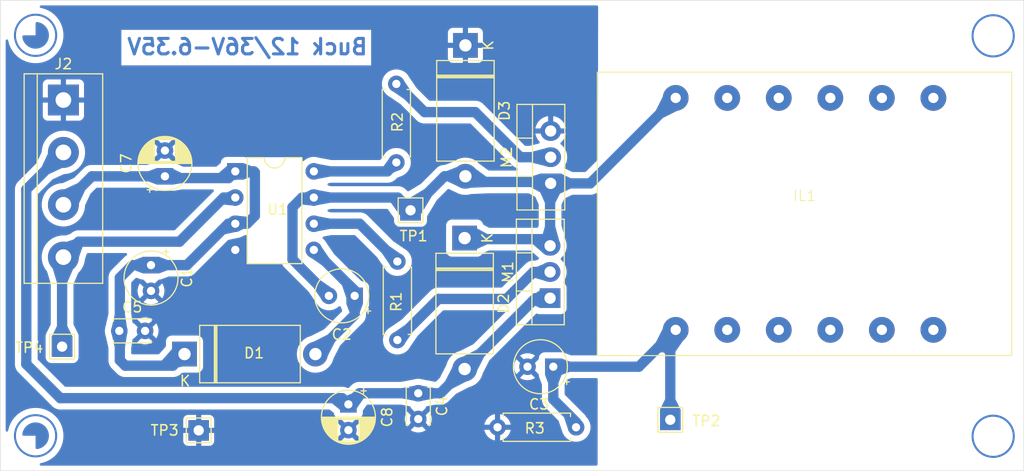
<source format=kicad_pcb>
(kicad_pcb (version 20240108) (generator "pcbnew") (generator_version "8.0")
  (layers (0 "F.Cu" signal) (31 "B.Cu" signal) (34 "B.Paste" user) (35 "F.Paste" user) (36 "B.SilkS" user "B.Silkscreen") (37 "F.SilkS" user "F.Silkscreen") (38 "B.Mask" user) (39 "F.Mask" user) (44 "Edge.Cuts" user))
  (net 0 "")
  (net 1 "pwm")
  (net 2 "vcc")
  (net 3 "Net-(D1--)")
  (net 4 "Vd")
  (net 5 "Vo")
  (net 6 "vdd")
  (net 7 "Net-(M1-G)")
  (net 8 "Net-(M2-G)")
  (net 9 "Net-(U1-HO)")
  (net 10 "Net-(U1-LO)")
  (net 11 "0")
  (footprint "Capacitor_THT:CP_Radial_D5.0mm_P2.50mm" (layer "F.Cu") (at 143.5 44.480113 90)
    (property "Reference" "C7" (at 1.25 -3.75 90) (layer "F.SilkS"))
    (property "Value" "10u")
    (fp_line (start 1.29 -2.58) (end 1.29 2.58) (stroke (width 0.12)) (layer "F.SilkS"))
    (fp_line (start 1.25 -2.58) (end 1.25 2.58) (stroke (width 0.12)) (layer "F.SilkS"))
    (fp_line (start 1.33 -2.579) (end 1.33 2.579) (stroke (width 0.12)) (layer "F.SilkS"))
    (fp_line (start 1.37 -2.578) (end 1.37 2.578) (stroke (width 0.12)) (layer "F.SilkS"))
    (fp_line (start 1.41 -2.576) (end 1.41 2.576) (stroke (width 0.12)) (layer "F.SilkS"))
    (fp_line (start 1.45 -2.573) (end 1.45 2.573) (stroke (width 0.12)) (layer "F.SilkS"))
    (fp_line (start 1.49 -2.569) (end 1.49 -1.04) (stroke (width 0.12)) (layer "F.SilkS"))
    (fp_line (start 1.53 -2.565) (end 1.53 -1.04) (stroke (width 0.12)) (layer "F.SilkS"))
    (fp_line (start 1.57 -2.561) (end 1.57 -1.04) (stroke (width 0.12)) (layer "F.SilkS"))
    (fp_line (start 1.61 -2.556) (end 1.61 -1.04) (stroke (width 0.12)) (layer "F.SilkS"))
    (fp_line (start 1.65 -2.55) (end 1.65 -1.04) (stroke (width 0.12)) (layer "F.SilkS"))
    (fp_line (start 1.69 -2.543) (end 1.69 -1.04) (stroke (width 0.12)) (layer "F.SilkS"))
    (fp_line (start 1.73 -2.536) (end 1.73 -1.04) (stroke (width 0.12)) (layer "F.SilkS"))
    (fp_line (start 1.77 -2.528) (end 1.77 -1.04) (stroke (width 0.12)) (layer "F.SilkS"))
    (fp_line (start 1.81 -2.52) (end 1.81 -1.04) (stroke (width 0.12)) (layer "F.SilkS"))
    (fp_line (start 1.85 -2.511) (end 1.85 -1.04) (stroke (width 0.12)) (layer "F.SilkS"))
    (fp_line (start 1.89 -2.501) (end 1.89 -1.04) (stroke (width 0.12)) (layer "F.SilkS"))
    (fp_line (start 1.93 -2.491) (end 1.93 -1.04) (stroke (width 0.12)) (layer "F.SilkS"))
    (fp_line (start 1.971 -2.48) (end 1.971 -1.04) (stroke (width 0.12)) (layer "F.SilkS"))
    (fp_line (start 2.011 -2.468) (end 2.011 -1.04) (stroke (width 0.12)) (layer "F.SilkS"))
    (fp_line (start 2.051 -2.455) (end 2.051 -1.04) (stroke (width 0.12)) (layer "F.SilkS"))
    (fp_line (start 2.091 -2.442) (end 2.091 -1.04) (stroke (width 0.12)) (layer "F.SilkS"))
    (fp_line (start 2.131 -2.428) (end 2.131 -1.04) (stroke (width 0.12)) (layer "F.SilkS"))
    (fp_line (start 2.171 -2.414) (end 2.171 -1.04) (stroke (width 0.12)) (layer "F.SilkS"))
    (fp_line (start 2.211 -2.398) (end 2.211 -1.04) (stroke (width 0.12)) (layer "F.SilkS"))
    (fp_line (start 2.251 -2.382) (end 2.251 -1.04) (stroke (width 0.12)) (layer "F.SilkS"))
    (fp_line (start 2.291 -2.365) (end 2.291 -1.04) (stroke (width 0.12)) (layer "F.SilkS"))
    (fp_line (start 2.331 -2.348) (end 2.331 -1.04) (stroke (width 0.12)) (layer "F.SilkS"))
    (fp_line (start 2.371 -2.329) (end 2.371 -1.04) (stroke (width 0.12)) (layer "F.SilkS"))
    (fp_line (start 2.411 -2.31) (end 2.411 -1.04) (stroke (width 0.12)) (layer "F.SilkS"))
    (fp_line (start 2.451 -2.29) (end 2.451 -1.04) (stroke (width 0.12)) (layer "F.SilkS"))
    (fp_line (start 2.491 -2.268) (end 2.491 -1.04) (stroke (width 0.12)) (layer "F.SilkS"))
    (fp_line (start 2.531 -2.247) (end 2.531 -1.04) (stroke (width 0.12)) (layer "F.SilkS"))
    (fp_line (start 2.571 -2.224) (end 2.571 -1.04) (stroke (width 0.12)) (layer "F.SilkS"))
    (fp_line (start 2.611 -2.2) (end 2.611 -1.04) (stroke (width 0.12)) (layer "F.SilkS"))
    (fp_line (start 2.651 -2.175) (end 2.651 -1.04) (stroke (width 0.12)) (layer "F.SilkS"))
    (fp_line (start 2.691 -2.149) (end 2.691 -1.04) (stroke (width 0.12)) (layer "F.SilkS"))
    (fp_line (start 2.731 -2.122) (end 2.731 -1.04) (stroke (width 0.12)) (layer "F.SilkS"))
    (fp_line (start 2.771 -2.095) (end 2.771 -1.04) (stroke (width 0.12)) (layer "F.SilkS"))
    (fp_line (start 2.811 -2.065) (end 2.811 -1.04) (stroke (width 0.12)) (layer "F.SilkS"))
    (fp_line (start 2.851 -2.035) (end 2.851 -1.04) (stroke (width 0.12)) (layer "F.SilkS"))
    (fp_line (start 2.891 -2.004) (end 2.891 -1.04) (stroke (width 0.12)) (layer "F.SilkS"))
    (fp_line (start 2.931 -1.971) (end 2.931 -1.04) (stroke (width 0.12)) (layer "F.SilkS"))
    (fp_line (start 2.971 -1.937) (end 2.971 -1.04) (stroke (width 0.12)) (layer "F.SilkS"))
    (fp_line (start 3.011 -1.901) (end 3.011 -1.04) (stroke (width 0.12)) (layer "F.SilkS"))
    (fp_line (start 3.051 -1.864) (end 3.051 -1.04) (stroke (width 0.12)) (layer "F.SilkS"))
    (fp_line (start 3.091 -1.826) (end 3.091 -1.04) (stroke (width 0.12)) (layer "F.SilkS"))
    (fp_line (start 3.131 -1.785) (end 3.131 -1.04) (stroke (width 0.12)) (layer "F.SilkS"))
    (fp_line (start 3.171 -1.743) (end 3.171 -1.04) (stroke (width 0.12)) (layer "F.SilkS"))
    (fp_line (start -1.304775 -1.725) (end -1.304775 -1.225) (stroke (width 0.12)) (layer "F.SilkS"))
    (fp_line (start 3.211 -1.699) (end 3.211 -1.04) (stroke (width 0.12)) (layer "F.SilkS"))
    (fp_line (start 3.251 -1.653) (end 3.251 -1.04) (stroke (width 0.12)) (layer "F.SilkS"))
    (fp_line (start 3.291 -1.605) (end 3.291 -1.04) (stroke (width 0.12)) (layer "F.SilkS"))
    (fp_line (start 3.331 -1.554) (end 3.331 -1.04) (stroke (width 0.12)) (layer "F.SilkS"))
    (fp_line (start 3.371 -1.5) (end 3.371 -1.04) (stroke (width 0.12)) (layer "F.SilkS"))
    (fp_line (start -1.554775 -1.475) (end -1.054775 -1.475) (stroke (width 0.12)) (layer "F.SilkS"))
    (fp_line (start 3.411 -1.443) (end 3.411 -1.04) (stroke (width 0.12)) (layer "F.SilkS"))
    (fp_line (start 3.451 -1.383) (end 3.451 -1.04) (stroke (width 0.12)) (layer "F.SilkS"))
    (fp_line (start 3.491 -1.319) (end 3.491 -1.04) (stroke (width 0.12)) (layer "F.SilkS"))
    (fp_line (start 3.531 -1.251) (end 3.531 -1.04) (stroke (width 0.12)) (layer "F.SilkS"))
    (fp_line (start 3.571 -1.178) (end 3.571 1.178) (stroke (width 0.12)) (layer "F.SilkS"))
    (fp_line (start 3.611 -1.098) (end 3.611 1.098) (stroke (width 0.12)) (layer "F.SilkS"))
    (fp_line (start 3.651 -1.011) (end 3.651 1.011) (stroke (width 0.12)) (layer "F.SilkS"))
    (fp_line (start 3.691 -0.915) (end 3.691 0.915) (stroke (width 0.12)) (layer "F.SilkS"))
    (fp_line (start 3.731 -0.805) (end 3.731 0.805) (stroke (width 0.12)) (layer "F.SilkS"))
    (fp_line (start 3.771 -0.677) (end 3.771 0.677) (stroke (width 0.12)) (layer "F.SilkS"))
    (fp_line (start 3.811 -0.518) (end 3.811 0.518) (stroke (width 0.12)) (layer "F.SilkS"))
    (fp_line (start 3.851 -0.284) (end 3.851 0.284) (stroke (width 0.12)) (layer "F.SilkS"))
    (fp_line (start 3.531 1.04) (end 3.531 1.251) (stroke (width 0.12)) (layer "F.SilkS"))
    (fp_line (start 3.491 1.04) (end 3.491 1.319) (stroke (width 0.12)) (layer "F.SilkS"))
    (fp_line (start 3.451 1.04) (end 3.451 1.383) (stroke (width 0.12)) (layer "F.SilkS"))
    (fp_line (start 3.411 1.04) (end 3.411 1.443) (stroke (width 0.12)) (layer "F.SilkS"))
    (fp_line (start 3.371 1.04) (end 3.371 1.5) (stroke (width 0.12)) (layer "F.SilkS"))
    (fp_line (start 3.331 1.04) (end 3.331 1.554) (stroke (width 0.12)) (layer "F.SilkS"))
    (fp_line (start 3.291 1.04) (end 3.291 1.605) (stroke (width 0.12)) (layer "F.SilkS"))
    (fp_line (start 3.251 1.04) (end 3.251 1.653) (stroke (width 0.12)) (layer "F.SilkS"))
    (fp_line (start 3.211 1.04) (end 3.211 1.699) (stroke (width 0.12)) (layer "F.SilkS"))
    (fp_line (start 3.171 1.04) (end 3.171 1.743) (stroke (width 0.12)) (layer "F.SilkS"))
    (fp_line (start 3.131 1.04) (end 3.131 1.785) (stroke (width 0.12)) (layer "F.SilkS"))
    (fp_line (start 3.091 1.04) (end 3.091 1.826) (stroke (width 0.12)) (layer "F.SilkS"))
    (fp_line (start 3.051 1.04) (end 3.051 1.864) (stroke (width 0.12)) (layer "F.SilkS"))
    (fp_line (start 3.011 1.04) (end 3.011 1.901) (stroke (width 0.12)) (layer "F.SilkS"))
    (fp_line (start 2.971 1.04) (end 2.971 1.937) (stroke (width 0.12)) (layer "F.SilkS"))
    (fp_line (start 2.931 1.04) (end 2.931 1.971) (stroke (width 0.12)) (layer "F.SilkS"))
    (fp_line (start 2.891 1.04) (end 2.891 2.004) (stroke (width 0.12)) (layer "F.SilkS"))
    (fp_line (start 2.851 1.04) (end 2.851 2.035) (stroke (width 0.12)) (layer "F.SilkS"))
    (fp_line (start 2.811 1.04) (end 2.811 2.065) (stroke (width 0.12)) (layer "F.SilkS"))
    (fp_line (start 2.771 1.04) (end 2.771 2.095) (stroke (width 0.12)) (layer "F.SilkS"))
    (fp_line (start 2.731 1.04) (end 2.731 2.122) (stroke (width 0.12)) (layer "F.SilkS"))
    (fp_line (start 2.691 1.04) (end 2.691 2.149) (stroke (width 0.12)) (layer "F.SilkS"))
    (fp_line (start 2.651 1.04) (end 2.651 2.175) (stroke (width 0.12)) (layer "F.SilkS"))
    (fp_line (start 2.611 1.04) (end 2.611 2.2) (stroke (width 0.12)) (layer "F.SilkS"))
    (fp_line (start 2.571 1.04) (end 2.571 2.224) (stroke (width 0.12)) (layer "F.SilkS"))
    (fp_line (start 2.531 1.04) (end 2.531 2.247) (stroke (width 0.12)) (layer "F.SilkS"))
    (fp_line (start 2.491 1.04) (end 2.491 2.268) (stroke (width 0.12)) (layer "F.SilkS"))
    (fp_line (start 2.451 1.04) (end 2.451 2.29) (stroke (width 0.12)) (layer "F.SilkS"))
    (fp_line (start 2.411 1.04) (end 2.411 2.31) (stroke (width 0.12)) (layer "F.SilkS"))
    (fp_line (start 2.371 1.04) (end 2.371 2.329) (stroke (width 0.12)) (layer "F.SilkS"))
    (fp_line (start 2.331 1.04) (end 2.331 2.348) (stroke (width 0.12)) (layer "F.SilkS"))
    (fp_line (start 2.291 1.04) (end 2.291 2.365) (stroke (width 0.12)) (layer "F.SilkS"))
    (fp_line (start 2.251 1.04) (end 2.251 2.382) (stroke (width 0.12)) (layer "F.SilkS"))
    (fp_line (start 2.211 1.04) (end 2.211 2.398) (stroke (width 0.12)) (layer "F.SilkS"))
    (fp_line (start 2.171 1.04) (end 2.171 2.414) (stroke (width 0.12)) (layer "F.SilkS"))
    (fp_line (start 2.131 1.04) (end 2.131 2.428) (stroke (width 0.12)) (layer "F.SilkS"))
    (fp_line (start 2.091 1.04) (end 2.091 2.442) (stroke (width 0.12)) (layer "F.SilkS"))
    (fp_line (start 2.051 1.04) (end 2.051 2.455) (stroke (width 0.12)) (layer "F.SilkS"))
    (fp_line (start 2.011 1.04) (end 2.011 2.468) (stroke (width 0.12)) (layer "F.SilkS"))
    (fp_line (start 1.971 1.04) (end 1.971 2.48) (stroke (width 0.12)) (layer "F.SilkS"))
    (fp_line (start 1.93 1.04) (end 1.93 2.491) (stroke (width 0.12)) (layer "F.SilkS"))
    (fp_line (start 1.89 1.04) (end 1.89 2.501) (stroke (width 0.12)) (layer "F.SilkS"))
    (fp_line (start 1.85 1.04) (end 1.85 2.511) (stroke (width 0.12)) (layer "F.SilkS"))
    (fp_line (start 1.81 1.04) (end 1.81 2.52) (stroke (width 0.12)) (layer "F.SilkS"))
    (fp_line (start 1.77 1.04) (end 1.77 2.528) (stroke (width 0.12)) (layer "F.SilkS"))
    (fp_line (start 1.73 1.04) (end 1.73 2.536) (stroke (width 0.12)) (layer "F.SilkS"))
    (fp_line (start 1.69 1.04) (end 1.69 2.543) (stroke (width 0.12)) (layer "F.SilkS"))
    (fp_line (start 1.65 1.04) (end 1.65 2.55) (stroke (width 0.12)) (layer "F.SilkS"))
    (fp_line (start 1.61 1.04) (end 1.61 2.556) (stroke (width 0.12)) (layer "F.SilkS"))
    (fp_line (start 1.57 1.04) (end 1.57 2.561) (stroke (width 0.12)) (layer "F.SilkS"))
    (fp_line (start 1.53 1.04) (end 1.53 2.565) (stroke (width 0.12)) (layer "F.SilkS"))
    (fp_line (start 1.49 1.04) (end 1.49 2.569) (stroke (width 0.12)) (layer "F.SilkS"))
    (fp_circle (center 1.25 0) (end 3.87 0) (stroke (width 0.12)) (fill none) (layer "F.SilkS"))
    (pad "1" thru_hole rect (at 0 0 90) (size 1.6 1.6) (drill 0.8) (layers "*.Cu" "*.Mask") (net 2 "vcc"))
    (pad "2" thru_hole circle (at 2.5 0 90) (size 1.6 1.6) (drill 0.8) (layers "*.Cu" "*.Mask") (net 11 "0"))
  )
  (footprint "Capacitor_THT:CP_Radial_Tantal_D5.0mm_P2.50mm" (layer "F.Cu") (at 142.15 53.094888 -90)
    (property "Reference" "C1" (at 1.205112 -3.475 -90) (layer "F.SilkS"))
    (property "Value" "1µ")
    (fp_line (start -1.554775 -1.475) (end -1.054775 -1.475) (stroke (width 0.12)) (layer "F.SilkS"))
    (fp_line (start -1.304775 -1.725) (end -1.304775 -1.225) (stroke (width 0.12)) (layer "F.SilkS"))
    (fp_circle (center 1.25 0) (end 3.87 0) (stroke (width 0.12)) (fill none) (layer "F.SilkS"))
    (pad "1" thru_hole rect (at 0 0 270) (size 1.6 1.6) (drill 0.8) (layers "*.Cu" "*.Mask") (net 2 "vcc"))
    (pad "2" thru_hole circle (at 2.5 0 270) (size 1.6 1.6) (drill 0.8) (layers "*.Cu" "*.Mask") (net 11 "0"))
  )
  (footprint "Capacitor_THT:CP_Radial_D5.0mm_P2.50mm" (layer "F.Cu") (at 161.3 66.6 -90)
    (property "Reference" "C8" (at 1.25 -3.75 90) (layer "F.SilkS"))
    (property "Value" "10u")
    (fp_line (start 1.49 1.04) (end 1.49 2.569) (stroke (width 0.12)) (layer "F.SilkS"))
    (fp_line (start 1.53 1.04) (end 1.53 2.565) (stroke (width 0.12)) (layer "F.SilkS"))
    (fp_line (start 1.57 1.04) (end 1.57 2.561) (stroke (width 0.12)) (layer "F.SilkS"))
    (fp_line (start 1.61 1.04) (end 1.61 2.556) (stroke (width 0.12)) (layer "F.SilkS"))
    (fp_line (start 1.65 1.04) (end 1.65 2.55) (stroke (width 0.12)) (layer "F.SilkS"))
    (fp_line (start 1.69 1.04) (end 1.69 2.543) (stroke (width 0.12)) (layer "F.SilkS"))
    (fp_line (start 1.73 1.04) (end 1.73 2.536) (stroke (width 0.12)) (layer "F.SilkS"))
    (fp_line (start 1.77 1.04) (end 1.77 2.528) (stroke (width 0.12)) (layer "F.SilkS"))
    (fp_line (start 1.81 1.04) (end 1.81 2.52) (stroke (width 0.12)) (layer "F.SilkS"))
    (fp_line (start 1.85 1.04) (end 1.85 2.511) (stroke (width 0.12)) (layer "F.SilkS"))
    (fp_line (start 1.89 1.04) (end 1.89 2.501) (stroke (width 0.12)) (layer "F.SilkS"))
    (fp_line (start 1.93 1.04) (end 1.93 2.491) (stroke (width 0.12)) (layer "F.SilkS"))
    (fp_line (start 1.971 1.04) (end 1.971 2.48) (stroke (width 0.12)) (layer "F.SilkS"))
    (fp_line (start 2.011 1.04) (end 2.011 2.468) (stroke (width 0.12)) (layer "F.SilkS"))
    (fp_line (start 2.051 1.04) (end 2.051 2.455) (stroke (width 0.12)) (layer "F.SilkS"))
    (fp_line (start 2.091 1.04) (end 2.091 2.442) (stroke (width 0.12)) (layer "F.SilkS"))
    (fp_line (start 2.131 1.04) (end 2.131 2.428) (stroke (width 0.12)) (layer "F.SilkS"))
    (fp_line (start 2.171 1.04) (end 2.171 2.414) (stroke (width 0.12)) (layer "F.SilkS"))
    (fp_line (start 2.211 1.04) (end 2.211 2.398) (stroke (width 0.12)) (layer "F.SilkS"))
    (fp_line (start 2.251 1.04) (end 2.251 2.382) (stroke (width 0.12)) (layer "F.SilkS"))
    (fp_line (start 2.291 1.04) (end 2.291 2.365) (stroke (width 0.12)) (layer "F.SilkS"))
    (fp_line (start 2.331 1.04) (end 2.331 2.348) (stroke (width 0.12)) (layer "F.SilkS"))
    (fp_line (start 2.371 1.04) (end 2.371 2.329) (stroke (width 0.12)) (layer "F.SilkS"))
    (fp_line (start 2.411 1.04) (end 2.411 2.31) (stroke (width 0.12)) (layer "F.SilkS"))
    (fp_line (start 2.451 1.04) (end 2.451 2.29) (stroke (width 0.12)) (layer "F.SilkS"))
    (fp_line (start 2.491 1.04) (end 2.491 2.268) (stroke (width 0.12)) (layer "F.SilkS"))
    (fp_line (start 2.531 1.04) (end 2.531 2.247) (stroke (width 0.12)) (layer "F.SilkS"))
    (fp_line (start 2.571 1.04) (end 2.571 2.224) (stroke (width 0.12)) (layer "F.SilkS"))
    (fp_line (start 2.611 1.04) (end 2.611 2.2) (stroke (width 0.12)) (layer "F.SilkS"))
    (fp_line (start 2.651 1.04) (end 2.651 2.175) (stroke (width 0.12)) (layer "F.SilkS"))
    (fp_line (start 2.691 1.04) (end 2.691 2.149) (stroke (width 0.12)) (layer "F.SilkS"))
    (fp_line (start 2.731 1.04) (end 2.731 2.122) (stroke (width 0.12)) (layer "F.SilkS"))
    (fp_line (start 2.771 1.04) (end 2.771 2.095) (stroke (width 0.12)) (layer "F.SilkS"))
    (fp_line (start 2.811 1.04) (end 2.811 2.065) (stroke (width 0.12)) (layer "F.SilkS"))
    (fp_line (start 2.851 1.04) (end 2.851 2.035) (stroke (width 0.12)) (layer "F.SilkS"))
    (fp_line (start 2.891 1.04) (end 2.891 2.004) (stroke (width 0.12)) (layer "F.SilkS"))
    (fp_line (start 2.931 1.04) (end 2.931 1.971) (stroke (width 0.12)) (layer "F.SilkS"))
    (fp_line (start 2.971 1.04) (end 2.971 1.937) (stroke (width 0.12)) (layer "F.SilkS"))
    (fp_line (start 3.011 1.04) (end 3.011 1.901) (stroke (width 0.12)) (layer "F.SilkS"))
    (fp_line (start 3.051 1.04) (end 3.051 1.864) (stroke (width 0.12)) (layer "F.SilkS"))
    (fp_line (start 3.091 1.04) (end 3.091 1.826) (stroke (width 0.12)) (layer "F.SilkS"))
    (fp_line (start 3.131 1.04) (end 3.131 1.785) (stroke (width 0.12)) (layer "F.SilkS"))
    (fp_line (start 3.171 1.04) (end 3.171 1.743) (stroke (width 0.12)) (layer "F.SilkS"))
    (fp_line (start 3.211 1.04) (end 3.211 1.699) (stroke (width 0.12)) (layer "F.SilkS"))
    (fp_line (start 3.251 1.04) (end 3.251 1.653) (stroke (width 0.12)) (layer "F.SilkS"))
    (fp_line (start 3.291 1.04) (end 3.291 1.605) (stroke (width 0.12)) (layer "F.SilkS"))
    (fp_line (start 3.331 1.04) (end 3.331 1.554) (stroke (width 0.12)) (layer "F.SilkS"))
    (fp_line (start 3.371 1.04) (end 3.371 1.5) (stroke (width 0.12)) (layer "F.SilkS"))
    (fp_line (start 3.411 1.04) (end 3.411 1.443) (stroke (width 0.12)) (layer "F.SilkS"))
    (fp_line (start 3.451 1.04) (end 3.451 1.383) (stroke (width 0.12)) (layer "F.SilkS"))
    (fp_line (start 3.491 1.04) (end 3.491 1.319) (stroke (width 0.12)) (layer "F.SilkS"))
    (fp_line (start 3.531 1.04) (end 3.531 1.251) (stroke (width 0.12)) (layer "F.SilkS"))
    (fp_line (start 3.851 -0.284) (end 3.851 0.284) (stroke (width 0.12)) (layer "F.SilkS"))
    (fp_line (start 3.811 -0.518) (end 3.811 0.518) (stroke (width 0.12)) (layer "F.SilkS"))
    (fp_line (start 3.771 -0.677) (end 3.771 0.677) (stroke (width 0.12)) (layer "F.SilkS"))
    (fp_line (start 3.731 -0.805) (end 3.731 0.805) (stroke (width 0.12)) (layer "F.SilkS"))
    (fp_line (start 3.691 -0.915) (end 3.691 0.915) (stroke (width 0.12)) (layer "F.SilkS"))
    (fp_line (start 3.651 -1.011) (end 3.651 1.011) (stroke (width 0.12)) (layer "F.SilkS"))
    (fp_line (start 3.611 -1.098) (end 3.611 1.098) (stroke (width 0.12)) (layer "F.SilkS"))
    (fp_line (start 3.571 -1.178) (end 3.571 1.178) (stroke (width 0.12)) (layer "F.SilkS"))
    (fp_line (start 3.531 -1.251) (end 3.531 -1.04) (stroke (width 0.12)) (layer "F.SilkS"))
    (fp_line (start 3.491 -1.319) (end 3.491 -1.04) (stroke (width 0.12)) (layer "F.SilkS"))
    (fp_line (start 3.451 -1.383) (end 3.451 -1.04) (stroke (width 0.12)) (layer "F.SilkS"))
    (fp_line (start 3.411 -1.443) (end 3.411 -1.04) (stroke (width 0.12)) (layer "F.SilkS"))
    (fp_line (start -1.554775 -1.475) (end -1.054775 -1.475) (stroke (width 0.12)) (layer "F.SilkS"))
    (fp_line (start 3.371 -1.5) (end 3.371 -1.04) (stroke (width 0.12)) (layer "F.SilkS"))
    (fp_line (start 3.331 -1.554) (end 3.331 -1.04) (stroke (width 0.12)) (layer "F.SilkS"))
    (fp_line (start 3.291 -1.605) (end 3.291 -1.04) (stroke (width 0.12)) (layer "F.SilkS"))
    (fp_line (start 3.251 -1.653) (end 3.251 -1.04) (stroke (width 0.12)) (layer "F.SilkS"))
    (fp_line (start 3.211 -1.699) (end 3.211 -1.04) (stroke (width 0.12)) (layer "F.SilkS"))
    (fp_line (start -1.304775 -1.725) (end -1.304775 -1.225) (stroke (width 0.12)) (layer "F.SilkS"))
    (fp_line (start 3.171 -1.743) (end 3.171 -1.04) (stroke (width 0.12)) (layer "F.SilkS"))
    (fp_line (start 3.131 -1.785) (end 3.131 -1.04) (stroke (width 0.12)) (layer "F.SilkS"))
    (fp_line (start 3.091 -1.826) (end 3.091 -1.04) (stroke (width 0.12)) (layer "F.SilkS"))
    (fp_line (start 3.051 -1.864) (end 3.051 -1.04) (stroke (width 0.12)) (layer "F.SilkS"))
    (fp_line (start 3.011 -1.901) (end 3.011 -1.04) (stroke (width 0.12)) (layer "F.SilkS"))
    (fp_line (start 2.971 -1.937) (end 2.971 -1.04) (stroke (width 0.12)) (layer "F.SilkS"))
    (fp_line (start 2.931 -1.971) (end 2.931 -1.04) (stroke (width 0.12)) (layer "F.SilkS"))
    (fp_line (start 2.891 -2.004) (end 2.891 -1.04) (stroke (width 0.12)) (layer "F.SilkS"))
    (fp_line (start 2.851 -2.035) (end 2.851 -1.04) (stroke (width 0.12)) (layer "F.SilkS"))
    (fp_line (start 2.811 -2.065) (end 2.811 -1.04) (stroke (width 0.12)) (layer "F.SilkS"))
    (fp_line (start 2.771 -2.095) (end 2.771 -1.04) (stroke (width 0.12)) (layer "F.SilkS"))
    (fp_line (start 2.731 -2.122) (end 2.731 -1.04) (stroke (width 0.12)) (layer "F.SilkS"))
    (fp_line (start 2.691 -2.149) (end 2.691 -1.04) (stroke (width 0.12)) (layer "F.SilkS"))
    (fp_line (start 2.651 -2.175) (end 2.651 -1.04) (stroke (width 0.12)) (layer "F.SilkS"))
    (fp_line (start 2.611 -2.2) (end 2.611 -1.04) (stroke (width 0.12)) (layer "F.SilkS"))
    (fp_line (start 2.571 -2.224) (end 2.571 -1.04) (stroke (width 0.12)) (layer "F.SilkS"))
    (fp_line (start 2.531 -2.247) (end 2.531 -1.04) (stroke (width 0.12)) (layer "F.SilkS"))
    (fp_line (start 2.491 -2.268) (end 2.491 -1.04) (stroke (width 0.12)) (layer "F.SilkS"))
    (fp_line (start 2.451 -2.29) (end 2.451 -1.04) (stroke (width 0.12)) (layer "F.SilkS"))
    (fp_line (start 2.411 -2.31) (end 2.411 -1.04) (stroke (width 0.12)) (layer "F.SilkS"))
    (fp_line (start 2.371 -2.329) (end 2.371 -1.04) (stroke (width 0.12)) (layer "F.SilkS"))
    (fp_line (start 2.331 -2.348) (end 2.331 -1.04) (stroke (width 0.12)) (layer "F.SilkS"))
    (fp_line (start 2.291 -2.365) (end 2.291 -1.04) (stroke (width 0.12)) (layer "F.SilkS"))
    (fp_line (start 2.251 -2.382) (end 2.251 -1.04) (stroke (width 0.12)) (layer "F.SilkS"))
    (fp_line (start 2.211 -2.398) (end 2.211 -1.04) (stroke (width 0.12)) (layer "F.SilkS"))
    (fp_line (start 2.171 -2.414) (end 2.171 -1.04) (stroke (width 0.12)) (layer "F.SilkS"))
    (fp_line (start 2.131 -2.428) (end 2.131 -1.04) (stroke (width 0.12)) (layer "F.SilkS"))
    (fp_line (start 2.091 -2.442) (end 2.091 -1.04) (stroke (width 0.12)) (layer "F.SilkS"))
    (fp_line (start 2.051 -2.455) (end 2.051 -1.04) (stroke (width 0.12)) (layer "F.SilkS"))
    (fp_line (start 2.011 -2.468) (end 2.011 -1.04) (stroke (width 0.12)) (layer "F.SilkS"))
    (fp_line (start 1.971 -2.48) (end 1.971 -1.04) (stroke (width 0.12)) (layer "F.SilkS"))
    (fp_line (start 1.93 -2.491) (end 1.93 -1.04) (stroke (width 0.12)) (layer "F.SilkS"))
    (fp_line (start 1.89 -2.501) (end 1.89 -1.04) (stroke (width 0.12)) (layer "F.SilkS"))
    (fp_line (start 1.85 -2.511) (end 1.85 -1.04) (stroke (width 0.12)) (layer "F.SilkS"))
    (fp_line (start 1.81 -2.52) (end 1.81 -1.04) (stroke (width 0.12)) (layer "F.SilkS"))
    (fp_line (start 1.77 -2.528) (end 1.77 -1.04) (stroke (width 0.12)) (layer "F.SilkS"))
    (fp_line (start 1.73 -2.536) (end 1.73 -1.04) (stroke (width 0.12)) (layer "F.SilkS"))
    (fp_line (start 1.69 -2.543) (end 1.69 -1.04) (stroke (width 0.12)) (layer "F.SilkS"))
    (fp_line (start 1.65 -2.55) (end 1.65 -1.04) (stroke (width 0.12)) (layer "F.SilkS"))
    (fp_line (start 1.61 -2.556) (end 1.61 -1.04) (stroke (width 0.12)) (layer "F.SilkS"))
    (fp_line (start 1.57 -2.561) (end 1.57 -1.04) (stroke (width 0.12)) (layer "F.SilkS"))
    (fp_line (start 1.53 -2.565) (end 1.53 -1.04) (stroke (width 0.12)) (layer "F.SilkS"))
    (fp_line (start 1.49 -2.569) (end 1.49 -1.04) (stroke (width 0.12)) (layer "F.SilkS"))
    (fp_line (start 1.45 -2.573) (end 1.45 2.573) (stroke (width 0.12)) (layer "F.SilkS"))
    (fp_line (start 1.41 -2.576) (end 1.41 2.576) (stroke (width 0.12)) (layer "F.SilkS"))
    (fp_line (start 1.37 -2.578) (end 1.37 2.578) (stroke (width 0.12)) (layer "F.SilkS"))
    (fp_line (start 1.33 -2.579) (end 1.33 2.579) (stroke (width 0.12)) (layer "F.SilkS"))
    (fp_line (start 1.25 -2.58) (end 1.25 2.58) (stroke (width 0.12)) (layer "F.SilkS"))
    (fp_line (start 1.29 -2.58) (end 1.29 2.58) (stroke (width 0.12)) (layer "F.SilkS"))
    (fp_circle (center 1.25 0) (end 3.87 0) (stroke (width 0.12)) (fill none) (layer "F.SilkS"))
    (pad "1" thru_hole rect (at 0 0 270) (size 1.6 1.6) (drill 0.8) (layers "*.Cu" "*.Mask") (net 6 "vdd"))
    (pad "2" thru_hole circle (at 2.5 0 270) (size 1.6 1.6) (drill 0.8) (layers "*.Cu" "*.Mask") (net 11 "0"))
  )
  (footprint "Resistor_THT:R_Axial_DIN0207_L6.3mm_D2.5mm_P7.62mm_Horizontal" (layer "F.Cu") (at 166.05 60.36 90)
    (property "Reference" "R1" (at 3.71 -0.105112 90) (layer "F.SilkS"))
    (property "Value" "10")
    (fp_line (start 7.08 -1.37) (end 7.08 -1.04) (stroke (width 0.12)) (layer "F.SilkS"))
    (fp_line (start 0.54 -1.37) (end 7.08 -1.37) (stroke (width 0.12)) (layer "F.SilkS"))
    (fp_line (start 0.54 -1.04) (end 0.54 -1.37) (stroke (width 0.12)) (layer "F.SilkS"))
    (fp_line (start 0.54 1.04) (end 0.54 1.37) (stroke (width 0.12)) (layer "F.SilkS"))
    (fp_line (start 7.08 1.37) (end 7.08 1.04) (stroke (width 0.12)) (layer "F.SilkS"))
    (fp_line (start 0.54 1.37) (end 7.08 1.37) (stroke (width 0.12)) (layer "F.SilkS"))
    (pad "1" thru_hole circle (at 0 0 90) (size 1.6 1.6) (drill 0.8) (layers "*.Cu" "*.Mask") (net 7 "Net-(M1-G)"))
    (pad "2" thru_hole oval (at 7.62 0 90) (size 1.6 1.6) (drill 0.8) (layers "*.Cu" "*.Mask") (net 9 "Net-(U1-HO)"))
  )
  (footprint "Diode_THT:D_DO-27_P12.70mm_Horizontal" (layer "F.Cu") (at 145.4 61.725)
    (property "Reference" "D1" (at 6.75 -0.094888 0) (layer "F.SilkS"))
    (property "Value" "D1n5822rl")
    (fp_line (start 1.44 0) (end 1.47 0) (stroke (width 0.12)) (layer "F.SilkS"))
    (fp_line (start 1.47 -2.785) (end 1.47 2.785) (stroke (width 0.12)) (layer "F.SilkS"))
    (fp_line (start 1.47 2.785) (end 11.23 2.785) (stroke (width 0.12)) (layer "F.SilkS"))
    (fp_line (start 2.898 -2.785) (end 2.898 2.785) (stroke (width 0.12)) (layer "F.SilkS"))
    (fp_line (start 3.018 -2.785) (end 3.018 2.785) (stroke (width 0.12)) (layer "F.SilkS"))
    (fp_line (start 3.138 -2.785) (end 3.138 2.785) (stroke (width 0.12)) (layer "F.SilkS"))
    (fp_line (start 11.23 -2.785) (end 1.47 -2.785) (stroke (width 0.12)) (layer "F.SilkS"))
    (fp_line (start 11.23 2.785) (end 11.23 -2.785) (stroke (width 0.12)) (layer "F.SilkS"))
    (fp_line (start 11.26 0) (end 11.23 0) (stroke (width 0.12)) (layer "F.SilkS"))
    (fp_text user "K" (at 0.05 2.605112 0) (layer "F.SilkS"))
    (pad "1" thru_hole rect (at 0 0) (size 2.4 2.4) (drill 1.2) (layers "*.Cu" "*.Mask") (net 2 "vcc"))
    (pad "2" thru_hole oval (at 12.7 0) (size 2.4 2.4) (drill 1.2) (layers "*.Cu" "*.Mask") (net 3 "Net-(D1--)"))
  )
  (footprint "TestPoint:TestPoint_THTPad_2.0x2.0mm_Drill1.0mm" (layer "F.Cu") (at 146.775 69.125)
    (property "Reference" "TP3" (at -3.3 0 0) (layer "F.SilkS"))
    (property "Value" "GND")
    (fp_line (start -1.2 -1.2) (end 1.2 -1.2) (stroke (width 0.12)) (layer "F.SilkS"))
    (fp_line (start -1.2 1.2) (end -1.2 -1.2) (stroke (width 0.12)) (layer "F.SilkS"))
    (fp_line (start 1.2 -1.2) (end 1.2 1.2) (stroke (width 0.12)) (layer "F.SilkS"))
    (fp_line (start 1.2 1.2) (end -1.2 1.2) (stroke (width 0.12)) (layer "F.SilkS"))
    (pad "1" thru_hole rect (at 0 0) (size 2 2) (drill 1) (layers "*.Cu" "*.Mask") (net 11 "0"))
  )
  (footprint "Package_TO_SOT_THT:TO-220-3_Vertical" (layer "F.Cu") (at 180.865 56.3 90)
    (property "Reference" "M1" (at 2.54 -4.094888 90) (layer "F.SilkS"))
    (property "Value" "IRLZ44N")
    (fp_line (start 7.66 -3.27) (end 7.66 1.371) (stroke (width 0.12)) (layer "F.SilkS"))
    (fp_line (start 4.391 -3.27) (end 4.391 -1.76) (stroke (width 0.12)) (layer "F.SilkS"))
    (fp_line (start 0.69 -3.27) (end 0.69 -1.76) (stroke (width 0.12)) (layer "F.SilkS"))
    (fp_line (start -2.58 -3.27) (end 7.66 -3.27) (stroke (width 0.12)) (layer "F.SilkS"))
    (fp_line (start -2.58 -3.27) (end -2.58 1.371) (stroke (width 0.12)) (layer "F.SilkS"))
    (fp_line (start -2.58 -1.76) (end 7.66 -1.76) (stroke (width 0.12)) (layer "F.SilkS"))
    (fp_line (start -2.58 1.371) (end 7.66 1.371) (stroke (width 0.12)) (layer "F.SilkS"))
    (pad "1" thru_hole rect (at 0 0 90) (size 1.905 2) (drill 1.1) (layers "*.Cu" "*.Mask") (net 6 "vdd"))
    (pad "2" thru_hole oval (at 2.54 0 90) (size 1.905 2) (drill 1.1) (layers "*.Cu" "*.Mask") (net 7 "Net-(M1-G)"))
    (pad "3" thru_hole oval (at 5.08 0 90) (size 1.905 2) (drill 1.1) (layers "*.Cu" "*.Mask") (net 4 "Vd"))
  )
  (footprint "TerminalBlock:TerminalBlock_bornier-4_P5.08mm" (layer "F.Cu") (at 133.65 37.08 -90)
    (property "Reference" "J2" (at -3.494888 0 180) (layer "F.SilkS"))
    (property "Value" "Conn_01x04_Socket")
    (fp_line (start -2.54 3.81) (end 17.78 3.81) (stroke (width 0.12)) (layer "F.SilkS"))
    (fp_line (start 17.78 3.81) (end 17.78 -3.81) (stroke (width 0.12)) (layer "F.SilkS"))
    (fp_line (start 17.78 2.54) (end -2.54 2.54) (stroke (width 0.12)) (layer "F.SilkS"))
    (fp_line (start -2.54 -3.81) (end -2.54 3.81) (stroke (width 0.12)) (layer "F.SilkS"))
    (fp_line (start -2.54 -3.81) (end 17.78 -3.81) (stroke (width 0.12)) (layer "F.SilkS"))
    (pad "1" thru_hole rect (at 0 0 270) (size 3 3) (drill 1.52) (layers "*.Cu" "*.Mask") (net 11 "0"))
    (pad "2" thru_hole circle (at 5.08 0 270) (size 3 3) (drill 1.52) (layers "*.Cu" "*.Mask") (net 6 "vdd"))
    (pad "3" thru_hole circle (at 10.16 0 270) (size 3 3) (drill 1.52) (layers "*.Cu" "*.Mask") (net 2 "vcc"))
    (pad "4" thru_hole circle (at 15.24 0 270) (size 3 3) (drill 1.52) (layers "*.Cu" "*.Mask") (net 1 "pwm"))
  )
  (footprint "Resistor_THT:R_Axial_DIN0207_L6.3mm_D2.5mm_P7.62mm_Horizontal" (layer "F.Cu") (at 183.385 68.825 180)
    (property "Reference" "R3" (at 4.01 -0.1 0) (layer "F.SilkS"))
    (property "Value" "390")
    (fp_line (start 7.08 1.37) (end 7.08 1.04) (stroke (width 0.12)) (layer "F.SilkS"))
    (fp_line (start 7.08 -1.37) (end 7.08 -1.04) (stroke (width 0.12)) (layer "F.SilkS"))
    (fp_line (start 0.54 1.37) (end 7.08 1.37) (stroke (width 0.12)) (layer "F.SilkS"))
    (fp_line (start 0.54 1.04) (end 0.54 1.37) (stroke (width 0.12)) (layer "F.SilkS"))
    (fp_line (start 0.54 -1.04) (end 0.54 -1.37) (stroke (width 0.12)) (layer "F.SilkS"))
    (fp_line (start 0.54 -1.37) (end 7.08 -1.37) (stroke (width 0.12)) (layer "F.SilkS"))
    (pad "1" thru_hole circle (at 0 0 180) (size 1.6 1.6) (drill 0.8) (layers "*.Cu" "*.Mask") (net 5 "Vo"))
    (pad "2" thru_hole oval (at 7.62 0 180) (size 1.6 1.6) (drill 0.8) (layers "*.Cu" "*.Mask") (net 11 "0"))
  )
  (footprint "Capacitor_THT:CP_Radial_Tantal_D5.0mm_P2.50mm" (layer "F.Cu") (at 161.905113 56.075 180)
    (property "Reference" "C2" (at 1.25 -3.75 0) (layer "F.SilkS"))
    (property "Value" "330n")
    (fp_line (start -1.304775 -1.725) (end -1.304775 -1.225) (stroke (width 0.12)) (layer "F.SilkS"))
    (fp_line (start -1.554775 -1.475) (end -1.054775 -1.475) (stroke (width 0.12)) (layer "F.SilkS"))
    (fp_circle (center 1.25 0) (end 3.87 0) (stroke (width 0.12)) (fill none) (layer "F.SilkS"))
    (pad "1" thru_hole rect (at 0 0 180) (size 1.6 1.6) (drill 0.8) (layers "*.Cu" "*.Mask") (net 3 "Net-(D1--)"))
    (pad "2" thru_hole circle (at 2.5 0 180) (size 1.6 1.6) (drill 0.8) (layers "*.Cu" "*.Mask") (net 4 "Vd"))
  )
  (footprint "Diode_THT:D_DO-27_P12.70mm_Horizontal" (layer "F.Cu") (at 172.575 50.475 -90)
    (property "Reference" "D2" (at 6.35 -3.785 90) (layer "F.SilkS"))
    (property "Value" "D1n5822rl")
    (fp_line (start 1.47 2.785) (end 11.23 2.785) (stroke (width 0.12)) (layer "F.SilkS"))
    (fp_line (start 11.23 2.785) (end 11.23 -2.785) (stroke (width 0.12)) (layer "F.SilkS"))
    (fp_line (start 1.44 0) (end 1.47 0) (stroke (width 0.12)) (layer "F.SilkS"))
    (fp_line (start 11.26 0) (end 11.23 0) (stroke (width 0.12)) (layer "F.SilkS"))
    (fp_line (start 1.47 -2.785) (end 1.47 2.785) (stroke (width 0.12)) (layer "F.SilkS"))
    (fp_line (start 2.898 -2.785) (end 2.898 2.785) (stroke (width 0.12)) (layer "F.SilkS"))
    (fp_line (start 3.018 -2.785) (end 3.018 2.785) (stroke (width 0.12)) (layer "F.SilkS"))
    (fp_line (start 3.138 -2.785) (end 3.138 2.785) (stroke (width 0.12)) (layer "F.SilkS"))
    (fp_line (start 11.23 -2.785) (end 1.47 -2.785) (stroke (width 0.12)) (layer "F.SilkS"))
    (fp_text user "K" (at 0 -2.2 90) (layer "F.SilkS"))
    (pad "1" thru_hole rect (at 0 0 270) (size 2.4 2.4) (drill 1.2) (layers "*.Cu" "*.Mask") (net 4 "Vd"))
    (pad "2" thru_hole oval (at 12.7 0 270) (size 2.4 2.4) (drill 1.2) (layers "*.Cu" "*.Mask") (net 6 "vdd"))
  )
  (footprint "Package_DIP:DIP-8_W7.62mm" (layer "F.Cu") (at 150.325 44)
    (property "Reference" "U1" (at 4.1 3.705112 0) (layer "F.SilkS"))
    (property "Value" "IR2104")
    (fp_line (start 1.16 -1.33) (end 1.16 8.95) (stroke (width 0.12)) (layer "F.SilkS"))
    (fp_line (start 1.16 8.95) (end 6.46 8.95) (stroke (width 0.12)) (layer "F.SilkS"))
    (fp_line (start 2.81 -1.33) (end 1.16 -1.33) (stroke (width 0.12)) (layer "F.SilkS"))
    (fp_line (start 6.46 -1.33) (end 4.81 -1.33) (stroke (width 0.12)) (layer "F.SilkS"))
    (fp_line (start 6.46 8.95) (end 6.46 -1.33) (stroke (width 0.12)) (layer "F.SilkS"))
    (fp_arc (start 4.81 -1.33) (mid 3.81 -0.33) (end 2.81 -1.33) (stroke (width 0.12)) (layer "F.SilkS"))
    (pad "1" thru_hole rect (at 0 0) (size 1.6 1.6) (drill 0.8) (layers "*.Cu" "*.Mask") (net 2 "vcc"))
    (pad "2" thru_hole oval (at 0 2.54) (size 1.6 1.6) (drill 0.8) (layers "*.Cu" "*.Mask") (net 1 "pwm"))
    (pad "3" thru_hole oval (at 0 5.08) (size 1.6 1.6) (drill 0.8) (layers "*.Cu" "*.Mask") (net 2 "vcc"))
    (pad "4" thru_hole oval (at 0 7.62) (size 1.6 1.6) (drill 0.8) (layers "*.Cu" "*.Mask") (net 11 "0"))
    (pad "5" thru_hole oval (at 7.62 7.62) (size 1.6 1.6) (drill 0.8) (layers "*.Cu" "*.Mask") (net 3 "Net-(D1--)"))
    (pad "6" thru_hole oval (at 7.62 5.08) (size 1.6 1.6) (drill 0.8) (layers "*.Cu" "*.Mask") (net 9 "Net-(U1-HO)"))
    (pad "7" thru_hole oval (at 7.62 2.54) (size 1.6 1.6) (drill 0.8) (layers "*.Cu" "*.Mask") (net 4 "Vd"))
    (pad "8" thru_hole oval (at 7.62 0) (size 1.6 1.6) (drill 0.8) (layers "*.Cu" "*.Mask") (net 10 "Net-(U1-LO)"))
  )
  (footprint "TestPoint:TestPoint_THTPad_2.0x2.0mm_Drill1.0mm" (layer "F.Cu") (at 133.525 61)
    (property "Reference" "TP4" (at -3.2 0.1 0) (layer "F.SilkS"))
    (property "Value" "PWM")
    (fp_line (start -1.2 -1.2) (end 1.2 -1.2) (stroke (width 0.12)) (layer "F.SilkS"))
    (fp_line (start -1.2 1.2) (end -1.2 -1.2) (stroke (width 0.12)) (layer "F.SilkS"))
    (fp_line (start 1.2 -1.2) (end 1.2 1.2) (stroke (width 0.12)) (layer "F.SilkS"))
    (fp_line (start 1.2 1.2) (end -1.2 1.2) (stroke (width 0.12)) (layer "F.SilkS"))
    (pad "1" thru_hole rect (at 0 0) (size 2 2) (drill 1) (layers "*.Cu" "*.Mask") (net 1 "pwm"))
  )
  (footprint "TestPoint:TestPoint_THTPad_2.0x2.0mm_Drill1.0mm" (layer "F.Cu") (at 167.325 47.775)
    (property "Reference" "TP1" (at 0.3 2.5 0) (layer "F.SilkS"))
    (property "Value" "Vd")
    (fp_line (start -1.2 -1.2) (end 1.2 -1.2) (stroke (width 0.12)) (layer "F.SilkS"))
    (fp_line (start -1.2 1.2) (end -1.2 -1.2) (stroke (width 0.12)) (layer "F.SilkS"))
    (fp_line (start 1.2 -1.2) (end 1.2 1.2) (stroke (width 0.12)) (layer "F.SilkS"))
    (fp_line (start 1.2 1.2) (end -1.2 1.2) (stroke (width 0.12)) (layer "F.SilkS"))
    (pad "1" thru_hole rect (at 0 0) (size 2 2) (drill 1) (layers "*.Cu" "*.Mask") (net 4 "Vd"))
  )
  (footprint "Inductor_EE4012_Vertical:Inductor" (layer "F.Cu") (at 205.55 48.125)
    (property "Reference" "IL1" (at 0 -1.75 0) (layer "F.SilkS") (effects (font (thickness 0.1))))
    (property "Value" "700µ")
    (fp_rect (start -20.1 -13.75) (end 20.1 13.75) (stroke (width 0.1)) (fill none) (layer "F.SilkS"))
    (pad "1" thru_hole circle (at -12.5 11.25) (size 2.5 2.5) (drill 1) (layers "*.Cu" "*.Mask") (net 5 "Vo"))
    (pad "2" thru_hole circle (at -7.5 11.25) (size 2.5 2.5) (drill 1) (layers "*.Cu" "*.Mask"))
    (pad "3" thru_hole circle (at -2.5 11.25) (size 2.5 2.5) (drill 1) (layers "*.Cu" "*.Mask"))
    (pad "4" thru_hole circle (at 2.5 11.25) (size 2.5 2.5) (drill 1) (layers "*.Cu" "*.Mask"))
    (pad "5" thru_hole circle (at 7.5 11.25) (size 2.5 2.5) (drill 1) (layers "*.Cu" "*.Mask"))
    (pad "6" thru_hole circle (at 12.5 11.25) (size 2.5 2.5) (drill 1) (layers "*.Cu" "*.Mask"))
    (pad "7" thru_hole circle (at -12.5 -11.25) (size 2.5 2.5) (drill 1) (layers "*.Cu" "*.Mask") (net 4 "Vd"))
    (pad "8" thru_hole circle (at -7.5 -11.25) (size 2.5 2.5) (drill 1) (layers "*.Cu" "*.Mask"))
    (pad "9" thru_hole circle (at -2.5 -11.25) (size 2.5 2.5) (drill 1) (layers "*.Cu" "*.Mask"))
    (pad "10" thru_hole circle (at 2.5 -11.25) (size 2.5 2.5) (drill 1) (layers "*.Cu" "*.Mask"))
    (pad "11" thru_hole circle (at 7.5 -11.25) (size 2.5 2.5) (drill 1) (layers "*.Cu" "*.Mask"))
    (pad "12" thru_hole circle (at 12.5 -11.25) (size 2.5 2.5) (drill 1) (layers "*.Cu" "*.Mask"))
  )
  (footprint "Diode_THT:D_DO-27_P12.70mm_Horizontal" (layer "F.Cu") (at 172.65 31.775 -90)
    (property "Reference" "D3" (at 6.35 -3.785 90) (layer "F.SilkS"))
    (property "Value" "D1n5822rl")
    (fp_line (start 1.47 2.785) (end 11.23 2.785) (stroke (width 0.12)) (layer "F.SilkS"))
    (fp_line (start 11.23 2.785) (end 11.23 -2.785) (stroke (width 0.12)) (layer "F.SilkS"))
    (fp_line (start 1.44 0) (end 1.47 0) (stroke (width 0.12)) (layer "F.SilkS"))
    (fp_line (start 11.26 0) (end 11.23 0) (stroke (width 0.12)) (layer "F.SilkS"))
    (fp_line (start 1.47 -2.785) (end 1.47 2.785) (stroke (width 0.12)) (layer "F.SilkS"))
    (fp_line (start 2.898 -2.785) (end 2.898 2.785) (stroke (width 0.12)) (layer "F.SilkS"))
    (fp_line (start 3.018 -2.785) (end 3.018 2.785) (stroke (width 0.12)) (layer "F.SilkS"))
    (fp_line (start 3.138 -2.785) (end 3.138 2.785) (stroke (width 0.12)) (layer "F.SilkS"))
    (fp_line (start 11.23 -2.785) (end 1.47 -2.785) (stroke (width 0.12)) (layer "F.SilkS"))
    (fp_text user "K" (at 0 -2.2 90) (layer "F.SilkS"))
    (pad "1" thru_hole rect (at 0 0 270) (size 2.4 2.4) (drill 1.2) (layers "*.Cu" "*.Mask") (net 11 "0"))
    (pad "2" thru_hole oval (at 12.7 0 270) (size 2.4 2.4) (drill 1.2) (layers "*.Cu" "*.Mask") (net 4 "Vd"))
  )
  (footprint "Capacitor_THT:C_Disc_D3.4mm_W2.1mm_P2.50mm" (layer "F.Cu") (at 139.075 59.475)
    (property "Reference" "C5" (at 1.25 -2.3 0) (layer "F.SilkS"))
    (property "Value" "100n")
    (fp_line (start -0.57 -1.17) (end -0.57 -0.925) (stroke (width 0.12)) (layer "F.SilkS"))
    (fp_line (start -0.57 -1.17) (end 3.07 -1.17) (stroke (width 0.12)) (layer "F.SilkS"))
    (fp_line (start -0.57 0.925) (end -0.57 1.17) (stroke (width 0.12)) (layer "F.SilkS"))
    (fp_line (start -0.57 1.17) (end 3.07 1.17) (stroke (width 0.12)) (layer "F.SilkS"))
    (fp_line (start 3.07 -1.17) (end 3.07 -0.925) (stroke (width 0.12)) (layer "F.SilkS"))
    (fp_line (start 3.07 0.925) (end 3.07 1.17) (stroke (width 0.12)) (layer "F.SilkS"))
    (pad "1" thru_hole circle (at 0 0) (size 1.6 1.6) (drill 0.8) (layers "*.Cu" "*.Mask") (net 2 "vcc"))
    (pad "2" thru_hole circle (at 2.5 0) (size 1.6 1.6) (drill 0.8) (layers "*.Cu" "*.Mask") (net 11 "0"))
  )
  (footprint "Package_TO_SOT_THT:TO-220-3_Vertical" (layer "F.Cu") (at 180.92 45.165 90)
    (property "Reference" "M2" (at 2.54 -4.27 90) (layer "F.SilkS"))
    (property "Value" "IRLZ44N")
    (fp_line (start 7.66 -3.27) (end 7.66 1.371) (stroke (width 0.12)) (layer "F.SilkS"))
    (fp_line (start 4.391 -3.27) (end 4.391 -1.76) (stroke (width 0.12)) (layer "F.SilkS"))
    (fp_line (start 0.69 -3.27) (end 0.69 -1.76) (stroke (width 0.12)) (layer "F.SilkS"))
    (fp_line (start -2.58 -3.27) (end 7.66 -3.27) (stroke (width 0.12)) (layer "F.SilkS"))
    (fp_line (start -2.58 -3.27) (end -2.58 1.371) (stroke (width 0.12)) (layer "F.SilkS"))
    (fp_line (start -2.58 -1.76) (end 7.66 -1.76) (stroke (width 0.12)) (layer "F.SilkS"))
    (fp_line (start -2.58 1.371) (end 7.66 1.371) (stroke (width 0.12)) (layer "F.SilkS"))
    (pad "1" thru_hole rect (at 0 0 90) (size 1.905 2) (drill 1.1) (layers "*.Cu" "*.Mask") (net 4 "Vd"))
    (pad "2" thru_hole oval (at 2.54 0 90) (size 1.905 2) (drill 1.1) (layers "*.Cu" "*.Mask") (net 8 "Net-(M2-G)"))
    (pad "3" thru_hole oval (at 5.08 0 90) (size 1.905 2) (drill 1.1) (layers "*.Cu" "*.Mask") (net 11 "0"))
  )
  (footprint "Capacitor_THT:CP_Radial_Tantal_D5.0mm_P2.50mm" (layer "F.Cu") (at 181.175 62.95 180)
    (property "Reference" "C3" (at 1.380113 -3.65 180) (layer "F.SilkS"))
    (property "Value" "150n")
    (fp_line (start -1.304775 -1.725) (end -1.304775 -1.225) (stroke (width 0.12)) (layer "F.SilkS"))
    (fp_line (start -1.554775 -1.475) (end -1.054775 -1.475) (stroke (width 0.12)) (layer "F.SilkS"))
    (fp_circle (center 1.25 0) (end 3.87 0) (stroke (width 0.12)) (fill none) (layer "F.SilkS"))
    (pad "1" thru_hole rect (at 0 0 180) (size 1.6 1.6) (drill 0.8) (layers "*.Cu" "*.Mask") (net 5 "Vo"))
    (pad "2" thru_hole circle (at 2.5 0 180) (size 1.6 1.6) (drill 0.8) (layers "*.Cu" "*.Mask") (net 11 "0"))
  )
  (footprint "Capacitor_THT:C_Disc_D3.4mm_W2.1mm_P2.50mm" (layer "F.Cu") (at 168.075 65.525 -90)
    (property "Reference" "C4" (at 1.25 -2.3 90) (layer "F.SilkS"))
    (property "Value" "100n")
    (fp_line (start -0.57 1.17) (end 3.07 1.17) (stroke (width 0.12)) (layer "F.SilkS"))
    (fp_line (start -0.57 0.925) (end -0.57 1.17) (stroke (width 0.12)) (layer "F.SilkS"))
    (fp_line (start 3.07 0.925) (end 3.07 1.17) (stroke (width 0.12)) (layer "F.SilkS"))
    (fp_line (start -0.57 -1.17) (end -0.57 -0.925) (stroke (width 0.12)) (layer "F.SilkS"))
    (fp_line (start -0.57 -1.17) (end 3.07 -1.17) (stroke (width 0.12)) (layer "F.SilkS"))
    (fp_line (start 3.07 -1.17) (end 3.07 -0.925) (stroke (width 0.12)) (layer "F.SilkS"))
    (pad "1" thru_hole circle (at 0 0 270) (size 1.6 1.6) (drill 0.8) (layers "*.Cu" "*.Mask") (net 6 "vdd"))
    (pad "2" thru_hole circle (at 2.5 0 270) (size 1.6 1.6) (drill 0.8) (layers "*.Cu" "*.Mask") (net 11 "0"))
  )
  (footprint "Resistor_THT:R_Axial_DIN0207_L6.3mm_D2.5mm_P7.62mm_Horizontal" (layer "F.Cu") (at 165.95 35.515 -90)
    (property "Reference" "R2" (at 3.71 -0.105112 90) (layer "F.SilkS"))
    (property "Value" "10")
    (fp_line (start 0.54 1.37) (end 7.08 1.37) (stroke (width 0.12)) (layer "F.SilkS"))
    (fp_line (start 7.08 1.37) (end 7.08 1.04) (stroke (width 0.12)) (layer "F.SilkS"))
    (fp_line (start 0.54 1.04) (end 0.54 1.37) (stroke (width 0.12)) (layer "F.SilkS"))
    (fp_line (start 0.54 -1.04) (end 0.54 -1.37) (stroke (width 0.12)) (layer "F.SilkS"))
    (fp_line (start 0.54 -1.37) (end 7.08 -1.37) (stroke (width 0.12)) (layer "F.SilkS"))
    (fp_line (start 7.08 -1.37) (end 7.08 -1.04) (stroke (width 0.12)) (layer "F.SilkS"))
    (pad "1" thru_hole circle (at 0 0 270) (size 1.6 1.6) (drill 0.8) (layers "*.Cu" "*.Mask") (net 8 "Net-(M2-G)"))
    (pad "2" thru_hole oval (at 7.62 0 270) (size 1.6 1.6) (drill 0.8) (layers "*.Cu" "*.Mask") (net 10 "Net-(U1-LO)"))
  )
  (footprint "TestPoint:TestPoint_THTPad_2.0x2.0mm_Drill1.0mm" (layer "F.Cu") (at 192.525 68.1)
    (property "Reference" "TP2" (at 3.5 0.1 0) (layer "F.SilkS"))
    (property "Value" "Vo")
    (fp_line (start -1.2 -1.2) (end 1.2 -1.2) (stroke (width 0.12)) (layer "F.SilkS"))
    (fp_line (start -1.2 1.2) (end -1.2 -1.2) (stroke (width 0.12)) (layer "F.SilkS"))
    (fp_line (start 1.2 -1.2) (end 1.2 1.2) (stroke (width 0.12)) (layer "F.SilkS"))
    (fp_line (start 1.2 1.2) (end -1.2 1.2) (stroke (width 0.12)) (layer "F.SilkS"))
    (pad "1" thru_hole rect (at 0 0) (size 2 2) (drill 1) (layers "*.Cu" "*.Mask") (net 5 "Vo"))
  )
  (gr_circle (center 130.95 69.65) (end 132.95 69.65) (stroke (width 0.2)) (fill none) (layer "B.Cu"))
  (gr_circle (center 223.85 30.85) (end 225.85 30.85) (stroke (width 0.2)) (fill none) (layer "B.Cu"))
  (gr_circle (center 130.95 30.8) (end 132.95 30.8) (stroke (width 0.2)) (fill none) (layer "B.Cu"))
  (gr_circle (center 223.85 69.7) (end 225.85 69.7) (stroke (width 0.2)) (fill none) (layer "B.Cu"))
  (gr_rect (start 127.55 27.4) (end 226.825 73.05) (stroke (width 0.05)) (fill none) (layer "Edge.Cuts"))
  (gr_text "Buck 12/36V-6.35V" (at 163.3 32.8 0) (layer "B.Cu") (effects (font (size 1.5 1.5) (thickness 0.3) (bold yes)) (justify left bottom mirror)))
  (segment (start 133.65 52.32) (end 135.15 50.82) (width 1) (layer "B.Cu") (net 1))
  (segment (start 133.525 52.445) (end 133.65 52.32) (width 1) (layer "B.Cu") (net 1))
  (segment (start 133.525 61) (end 133.525 52.445) (width 1) (layer "B.Cu") (net 1))
  (segment (start 135.15 50.82) (end 144.91363 50.82) (width 1) (layer "B.Cu") (net 1))
  (segment (start 149.19363 46.54) (end 150.325 46.54) (width 1) (layer "B.Cu") (net 1))
  (segment (start 144.91363 50.82) (end 149.19363 46.54) (width 1) (layer "B.Cu") (net 1))
  (segment (start 152.225 44.1) (end 152.225 48.31137) (width 1) (layer "B.Cu") (net 2))
  (segment (start 139.125 60.025) (end 139.125 54.319888) (width 1) (layer "B.Cu") (net 2))
  (segment (start 139.65 62.85) (end 139.125 62.325) (width 1) (layer "B.Cu") (net 2))
  (segment (start 145.4 61.725) (end 144.275 62.85) (width 1) (layer "B.Cu") (net 2))
  (segment (start 144.275 62.85) (end 139.65 62.85) (width 1) (layer "B.Cu") (net 2))
  (segment (start 151.45637 49.08) (end 150.325 49.08) (width 1) (layer "B.Cu") (net 2))
  (segment (start 140.35 53.094888) (end 142.15 53.094888) (width 1) (layer "B.Cu") (net 2))
  (segment (start 149.645 49.08) (end 150.325 49.08) (width 1) (layer "B.Cu") (net 2))
  (segment (start 139.125 54.319888) (end 140.35 53.094888) (width 1) (layer "B.Cu") (net 2))
  (segment (start 143.75 44.65) (end 149.675 44.65) (width 1) (layer "B.Cu") (net 2))
  (segment (start 150.325 44) (end 152.125 44) (width 1) (layer "B.Cu") (net 2))
  (segment (start 152.125 44) (end 152.225 44.1) (width 1) (layer "B.Cu") (net 2))
  (segment (start 152.225 48.31137) (end 151.45637 49.08) (width 1) (layer "B.Cu") (net 2))
  (segment (start 142.15 53.094888) (end 145.630112 53.094888) (width 1) (layer "B.Cu") (net 2))
  (segment (start 133.65 47.24) (end 136.409887 44.480113) (width 1) (layer "B.Cu") (net 2))
  (segment (start 149.675 44.65) (end 150.325 44) (width 1) (layer "B.Cu") (net 2))
  (segment (start 136.409887 44.480113) (end 143.5 44.480113) (width 1) (layer "B.Cu") (net 2))
  (segment (start 139.125 62.325) (end 139.125 60.025) (width 1) (layer "B.Cu") (net 2))
  (segment (start 145.630112 53.094888) (end 149.645 49.08) (width 1) (layer "B.Cu") (net 2))
  (segment (start 161.905113 55.580113) (end 161.905113 56.075) (width 1) (layer "B.Cu") (net 3))
  (segment (start 158.1 61.725) (end 161.905113 57.919887) (width 1) (layer "B.Cu") (net 3))
  (segment (start 157.945 51.62) (end 161.905113 55.580113) (width 1) (layer "B.Cu") (net 3))
  (segment (start 161.905113 57.919887) (end 161.905113 56.075) (width 1) (layer "B.Cu") (net 3))
  (segment (start 173.2 45.025) (end 180.78 45.025) (width 1) (layer "B.Cu") (net 4))
  (segment (start 156.81363 46.54) (end 157.945 46.54) (width 1) (layer "B.Cu") (net 4))
  (segment (start 155.875 52.544887) (end 155.875 47.47863) (width 1) (layer "B.Cu") (net 4))
  (segment (start 180.22 50.575) (end 180.865 51.22) (width 1) (layer "B.Cu") (net 4))
  (segment (start 180.865 45.22) (end 180.92 45.165) (width 1) (layer "B.Cu") (net 4))
  (segment (start 180.92 45.165) (end 184.76 45.165) (width 1) (layer "B.Cu") (net 4))
  (segment (start 172.575 50.475) (end 172.675 50.575) (width 1) (layer "B.Cu") (net 4))
  (segment (start 170.625 44.475) (end 172.65 44.475) (width 1) (layer "B.Cu") (net 4))
  (segment (start 180.865 51.22) (end 180.865 45.22) (width 1) (layer "B.Cu") (net 4))
  (segment (start 172.675 50.575) (end 180.22 50.575) (width 1) (layer "B.Cu") (net 4))
  (segment (start 180.78 45.025) (end 180.92 45.165) (width 1) (layer "B.Cu") (net 4))
  (segment (start 155.875 47.47863) (end 156.81363 46.54) (width 1) (layer "B.Cu") (net 4))
  (segment (start 157.945 46.54) (end 166.09 46.54) (width 1) (layer "B.Cu") (net 4))
  (segment (start 172.65 44.475) (end 173.2 45.025) (width 1) (layer "B.Cu") (net 4))
  (segment (start 184.76 45.165) (end 193.05 36.875) (width 1) (layer "B.Cu") (net 4))
  (segment (start 166.09 46.54) (end 167.325 47.775) (width 1) (layer "B.Cu") (net 4))
  (segment (start 167.325 47.775) (end 170.625 44.475) (width 1) (layer "B.Cu") (net 4))
  (segment (start 159.405113 56.075) (end 155.875 52.544887) (width 1) (layer "B.Cu") (net 4))
  (segment (start 192.525 59.9) (end 193.05 59.375) (width 1) (layer "B.Cu") (net 5))
  (segment (start 191.3625 61.0625) (end 193.05 59.375) (width 1) (layer "B.Cu") (net 5))
  (segment (start 181.175 66.115) (end 183.385 68.325) (width 1) (layer "B.Cu") (net 5))
  (segment (start 183.385 68.325) (end 183.385 68.825) (width 1) (layer "B.Cu") (net 5))
  (segment (start 189.475 62.95) (end 191.3625 61.0625) (width 1) (layer "B.Cu") (net 5))
  (segment (start 181.175 62.95) (end 181.175 66.115) (width 1) (layer "B.Cu") (net 5))
  (segment (start 192.525 68.1) (end 192.525 61.5) (width 1) (layer "B.Cu") (net 5))
  (segment (start 191.3625 61.0625) (end 192.0875 61.0625) (width 1) (layer "B.Cu") (net 5))
  (segment (start 181.175 62.95) (end 189.475 62.95) (width 1) (layer "B.Cu") (net 5))
  (segment (start 192.525 61.5) (end 192.525 59.9) (width 1) (layer "B.Cu") (net 5))
  (segment (start 192.0875 61.0625) (end 192.525 61.5) (width 1) (layer "B.Cu") (net 5))
  (segment (start 170.225 65.525) (end 168.075 65.525) (width 1) (layer "B.Cu") (net 6))
  (segment (start 172.575 63.175) (end 170.225 65.525) (width 1) (layer "B.Cu") (net 6))
  (segment (start 130.05 62.7) (end 133.35 66) (width 1) (layer "B.Cu") (net 6))
  (segment (start 160.7 66) (end 161.3 66.6) (width 1) (layer "B.Cu") (net 6))
  (segment (start 133.65 42.16) (end 130.05 45.76) (width 1) (layer "B.Cu") (net 6))
  (segment (start 179.45 56.3) (end 172.575 63.175) (width 1) (layer "B.Cu") (net 6))
  (segment (start 180.865 56.3) (end 179.45 56.3) (width 1) (layer "B.Cu") (net 6))
  (segment (start 133.35 66) (end 160.7 66) (width 1) (layer "B.Cu") (net 6))
  (segment (start 162.375 65.525) (end 168.075 65.525) (width 1) (layer "B.Cu") (net 6))
  (segment (start 161.3 66.6) (end 162.375 65.525) (width 1) (layer "B.Cu") (net 6))
  (segment (start 130.05 45.76) (end 130.05 62.7) (width 1) (layer "B.Cu") (net 6))
  (segment (start 179.2525 53.76) (end 176.6375 56.375) (width 1) (layer "B.Cu") (net 7))
  (segment (start 170.035 56.375) (end 166.05 60.36) (width 1) (layer "B.Cu") (net 7))
  (segment (start 180.865 53.76) (end 179.2525 53.76) (width 1) (layer "B.Cu") (net 7))
  (segment (start 176.6375 56.375) (end 170.035 56.375) (width 1) (layer "B.Cu") (net 7))
  (segment (start 180.92 42.625) (end 177.975 42.625) (width 1) (layer "B.Cu") (net 8))
  (segment (start 168.685 38.25) (end 165.95 35.515) (width 1) (layer "B.Cu") (net 8))
  (segment (start 173.6 38.25) (end 168.685 38.25) (width 1) (layer "B.Cu") (net 8))
  (segment (start 177.975 42.625) (end 173.6 38.25) (width 1) (layer "B.Cu") (net 8))
  (segment (start 162.39 49.08) (end 166.05 52.74) (width 1) (layer "B.Cu") (net 9))
  (segment (start 157.945 49.08) (end 162.39 49.08) (width 1) (layer "B.Cu") (net 9))
  (segment (start 165.085 44) (end 165.95 43.135) (width 1) (layer "B.Cu") (net 10))
  (segment (start 157.945 44) (end 165.085 44) (width 1) (layer "B.Cu") (net 10))
  (zone (net 0) (net_name "") (layer "B.Cu") (connect_pads (clearance 0)) (min_thickness 0.25)
    (keepout (tracks allowed) (vias allowed) (pads allowed) (copperpour not_allowed) (footprints allowed))
    (fill (thermal_gap 0.5) (thermal_bridge_width 0.5))
    (polygon (pts (xy 127.55 27.4) (xy 130.95 27.4) (xy 130.95 30.8) (xy 127.55 30.8)))
  )
  (zone (net 0) (net_name "") (layer "B.Cu") (connect_pads (clearance 0)) (min_thickness 0.25)
    (keepout (tracks allowed) (vias allowed) (pads allowed) (copperpour not_allowed) (footprints allowed))
    (fill (thermal_gap 0.5) (thermal_bridge_width 0.5))
    (polygon (pts (xy 127.55 69.65) (xy 130.95 69.65) (xy 130.95 73.05) (xy 127.55 73.05)))
  )
  (zone (net 11) (net_name "0") (layer "B.Cu") (priority 1) (connect_pads (clearance 0.5)) (min_thickness 0.25) (fill yes (thermal_gap 0.5) (thermal_bridge_width 0.5) (island_removal_mode 1) (island_area_min 10))
    (polygon (pts (xy 127.55 27.4) (xy 127.5 73.025) (xy 185.475 73) (xy 185.525 27.4)))
  )
  (zone (net 0) (net_name "") (layer "B.Cu") (connect_pads (clearance 0)) (min_thickness 0.25)
    (keepout (tracks allowed) (vias allowed) (pads allowed) (copperpour not_allowed) (footprints allowed))
    (fill (thermal_gap 0.5) (thermal_bridge_width 0.5) (island_removal_mode 1) (island_area_min 10))
    (polygon (pts (xy 151.5 42.625) (xy 156.775 42.625) (xy 156.8 52.95) (xy 151.525 52.95)))
  )
)
</source>
